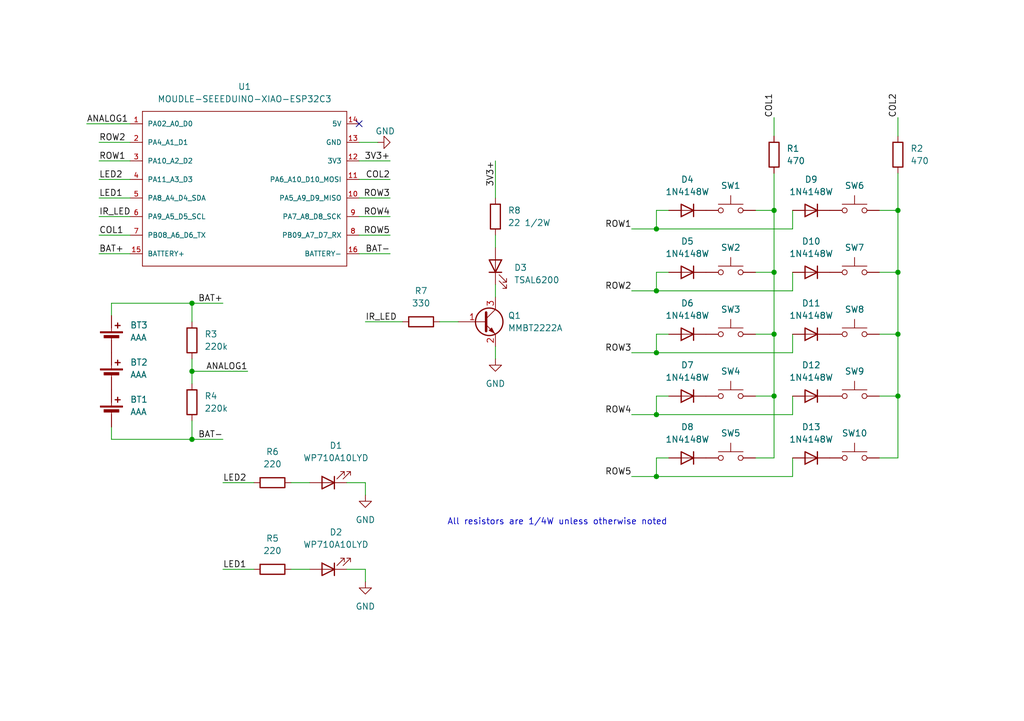
<source format=kicad_sch>
(kicad_sch (version 20231120) (generator "eeschema") (generator_version "8.0")
  (paper "A5")
  (title_block (title "RemoteBOY") (date "2024-03-24") (rev "1") (company "Lola Engineering"))
  (lib_symbols
    (symbol "Device:Battery_Cell" (pin_numbers hide) (pin_names (offset 0) hide)
      (property "Reference" "BT" (at 2.54 2.54 0))
      (property "Value" "Battery_Cell" (at 2.54 0 0))
      (symbol "Battery_Cell_0_1"
        (rectangle (start -2.286 1.778) (end 2.286 1.524) (fill (type outline)))
        (rectangle (start -1.524 1.016) (end 1.524 0.508) (fill (type outline)))
        (polyline (pts (xy 0 0.762) (xy 0 0)))
        (polyline (pts (xy 0 1.778) (xy 0 2.54)))
        (polyline (pts (xy 0.762 3.048) (xy 1.778 3.048)) (stroke (width 0.254)))
        (polyline (pts (xy 1.27 3.556) (xy 1.27 2.54)) (stroke (width 0.254)))
      )
      (symbol "Battery_Cell_1_1"
        (pin passive line (at 0 5.08 270) (length 2.54) (name "+") (number "1"))
        (pin passive line (at 0 -2.54 90) (length 2.54) (name "-") (number "2"))
      )
    )
    (symbol "Device:LED" (pin_numbers hide) (pin_names (offset 1.016) hide)
      (property "Reference" "D" (at 0 2.54 0))
      (property "Value" "LED" (at 0 -2.54 0))
      (symbol "LED_0_1"
        (polyline (pts (xy -1.27 -1.27) (xy -1.27 1.27)) (stroke (width 0.254)))
        (polyline (pts (xy -1.27 0) (xy 1.27 0)))
        (polyline (pts (xy 1.27 -1.27) (xy 1.27 1.27) (xy -1.27 0) (xy 1.27 -1.27)) (stroke (width 0.254)))
        (polyline (pts (xy -3.048 -0.762) (xy -4.572 -2.286) (xy -3.81 -2.286) (xy -4.572 -2.286) (xy -4.572 -1.524)))
        (polyline (pts (xy -1.778 -0.762) (xy -3.302 -2.286) (xy -2.54 -2.286) (xy -3.302 -2.286) (xy -3.302 -1.524)))
      )
      (symbol "LED_1_1"
        (pin passive line (at -3.81 0 0) (length 2.54) (name "K") (number "1"))
        (pin passive line (at 3.81 0 180) (length 2.54) (name "A") (number "2"))
      )
    )
    (symbol "Device:R" (pin_numbers hide) (pin_names (offset 0))
      (property "Reference" "R" (at 2.032 0 90))
      (property "Value" "R" (at 0 0 90))
      (symbol "R_0_1"
        (rectangle (start -1.016 -2.54) (end 1.016 2.54) (stroke (width 0.254)))
      )
      (symbol "R_1_1"
        (pin passive line (at 0 3.81 270) (length 1.27) (name "~") (number "1"))
        (pin passive line (at 0 -3.81 90) (length 1.27) (name "~") (number "2"))
      )
    )
    (symbol "Diode:1N4148W" (pin_numbers hide) (pin_names hide)
      (property "Reference" "D" (at 0 2.54 0))
      (property "Value" "1N4148W" (at 0 -2.54 0))
      (symbol "1N4148W_0_1"
        (polyline (pts (xy -1.27 1.27) (xy -1.27 -1.27)) (stroke (width 0.254)))
        (polyline (pts (xy 1.27 0) (xy -1.27 0)))
        (polyline (pts (xy 1.27 1.27) (xy 1.27 -1.27) (xy -1.27 0) (xy 1.27 1.27)) (stroke (width 0.254)))
      )
      (symbol "1N4148W_1_1"
        (pin passive line (at -3.81 0 0) (length 2.54) (name "K") (number "1"))
        (pin passive line (at 3.81 0 180) (length 2.54) (name "A") (number "2"))
      )
    )
    (symbol "Switch:SW_Push" (pin_numbers hide) (pin_names (offset 1.016) hide)
      (property "Reference" "SW" (at 1.27 2.54 0))
      (property "Value" "SW_Push" (at 0 -1.524 0))
      (symbol "SW_Push_0_1"
        (circle (center -2.032 0) (radius 0.508))
        (polyline (pts (xy 0 1.27) (xy 0 3.048)))
        (polyline (pts (xy 2.54 1.27) (xy -2.54 1.27)))
        (circle (center 2.032 0) (radius 0.508))
        (pin passive line (at -5.08 0 0) (length 2.54) (name "1") (number "1"))
        (pin passive line (at 5.08 0 180) (length 2.54) (name "2") (number "2"))
      )
    )
    (symbol "Transistor_BJT:MMBT2222A" (pin_names (offset 0) hide)
      (property "Reference" "Q" (at 5.08 1.905 0))
      (property "Value" "MMBT2222A" (at 5.08 0 0))
      (symbol "MMBT2222A_0_1"
        (polyline (pts (xy 0.635 0.635) (xy 2.54 2.54)))
        (polyline (pts (xy 0.635 -0.635) (xy 2.54 -2.54) (xy 2.54 -2.54)))
        (polyline (pts (xy 0.635 1.905) (xy 0.635 -1.905) (xy 0.635 -1.905)) (stroke (width 0.508)))
        (polyline (pts (xy 1.27 -1.778) (xy 1.778 -1.27) (xy 2.286 -2.286) (xy 1.27 -1.778) (xy 1.27 -1.778)) (fill (type outline)))
        (circle (center 1.27 0) (radius 2.8194) (stroke (width 0.254)))
      )
      (symbol "MMBT2222A_1_1"
        (pin input line (at -5.08 0 0) (length 5.715) (name "B") (number "1"))
        (pin passive line (at 2.54 -5.08 90) (length 2.54) (name "E") (number "2"))
        (pin passive line (at 2.54 5.08 270) (length 2.54) (name "C") (number "3"))
      )
    )
    (symbol "XIAO_ESP32C3:MOUDLE-SEEEDUINO-XIAO-ESP32C3" (pin_names (offset 1.016))
      (property "Reference" "U" (at -21.59 15.24 0))
      (property "Value" "MOUDLE-SEEEDUINO-XIAO-ESP32C3" (at -21.59 13.97 0))
      (symbol "MOUDLE-SEEEDUINO-XIAO-ESP32C3_0_0"
        (polyline (pts (xy -21.59 -17.78) (xy -21.59 0)) (stroke (width 0.1524)))
        (polyline (pts (xy -21.59 0) (xy -21.59 3.81)) (stroke (width 0.1524)))
        (polyline (pts (xy -21.59 3.81) (xy -21.59 7.62)) (stroke (width 0.1524)))
        (polyline (pts (xy -21.59 7.62) (xy -21.59 11.43)) (stroke (width 0.1524)))
        (polyline (pts (xy -21.59 11.43) (xy -21.59 13.97)) (stroke (width 0.1524)))
        (polyline (pts (xy -21.59 13.97) (xy 20.32 13.97)) (stroke (width 0.1524)))
        (polyline (pts (xy 20.32 -17.78) (xy -21.59 -17.78)) (stroke (width 0.1524)))
        (polyline (pts (xy 20.32 3.81) (xy 20.32 -17.78)) (stroke (width 0.1524)))
        (polyline (pts (xy 20.32 7.62) (xy 20.32 3.81)) (stroke (width 0.1524)))
        (polyline (pts (xy 20.32 11.43) (xy 20.32 7.62)) (stroke (width 0.1524)))
        (polyline (pts (xy 20.32 13.97) (xy 20.32 11.43)) (stroke (width 0.1524)))
        (pin bidirectional line (at -24.13 11.43 0) (length 2.54) (name "PA02_A0_D0") (number "1"))
        (pin bidirectional line (at 22.86 -3.81 180) (length 2.54) (name "PA5_A9_D9_MISO") (number "10"))
        (pin bidirectional line (at 22.86 0 180) (length 2.54) (name "PA6_A10_D10_MOSI") (number "11"))
        (pin bidirectional line (at 22.86 3.81 180) (length 2.54) (name "3V3") (number "12"))
        (pin bidirectional line (at 22.86 7.62 180) (length 2.54) (name "GND") (number "13"))
        (pin bidirectional line (at 22.86 11.43 180) (length 2.54) (name "5V") (number "14"))
        (pin bidirectional line (at -24.13 7.62 0) (length 2.54) (name "PA4_A1_D1") (number "2"))
        (pin bidirectional line (at -24.13 3.81 0) (length 2.54) (name "PA10_A2_D2") (number "3"))
        (pin bidirectional line (at -24.13 0 0) (length 2.54) (name "PA11_A3_D3") (number "4"))
        (pin bidirectional line (at -24.13 -3.81 0) (length 2.54) (name "PA8_A4_D4_SDA") (number "5"))
        (pin bidirectional line (at -24.13 -7.62 0) (length 2.54) (name "PA9_A5_D5_SCL") (number "6"))
        (pin bidirectional line (at -24.13 -11.43 0) (length 2.54) (name "PB08_A6_D6_TX") (number "7"))
        (pin bidirectional line (at 22.86 -11.43 180) (length 2.54) (name "PB09_A7_D7_RX") (number "8"))
        (pin bidirectional line (at 22.86 -7.62 180) (length 2.54) (name "PA7_A8_D8_SCK") (number "9"))
      )
      (symbol "MOUDLE-SEEEDUINO-XIAO-ESP32C3_1_0"
        (pin bidirectional line (at -24.13 -15.24 0) (length 2.54) (name "BATTERY+") (number "15"))
        (pin bidirectional line (at 22.86 -15.24 180) (length 2.54) (name "BATTERY-") (number "16"))
      )
    )
    (symbol "power:GND" (power) (pin_numbers hide) (pin_names (offset 0) hide)
      (property "Value" "GND" (at 0 -3.81 0))
      (symbol "GND_0_1"
        (polyline (pts (xy 0 0) (xy 0 -1.27) (xy 1.27 -1.27) (xy 0 -2.54) (xy -1.27 -1.27) (xy 0 -1.27)))
      )
      (symbol "GND_1_1"
        (pin power_in line (at 0 0 270) (length 0) (name "~") (number "1"))
      )
    )
  )
  (junction (at 158.75 55.88))
  (junction (at 134.62 72.39))
  (junction (at 184.15 55.88))
  (junction (at 39.37 76.2))
  (junction (at 184.15 43.18))
  (junction (at 184.15 68.58))
  (junction (at 39.37 90.17))
  (junction (at 134.62 85.09))
  (junction (at 158.75 68.58))
  (junction (at 134.62 46.99))
  (junction (at 39.37 62.23))
  (junction (at 134.62 97.79))
  (junction (at 158.75 43.18))
  (junction (at 184.15 81.28))
  (junction (at 134.62 59.69))
  (junction (at 158.75 81.28))
  (no_connect (at 73.66 25.4))
  (wire (pts (xy 71.12 99.06) (xy 74.93 99.06)))
  (wire (pts (xy 20.32 36.83) (xy 26.67 36.83)))
  (wire (pts (xy 184.15 24.13) (xy 184.15 27.94)))
  (wire (pts (xy 134.62 68.58) (xy 134.62 72.39)))
  (wire (pts (xy 134.62 55.88) (xy 134.62 59.69)))
  (wire (pts (xy 158.75 24.13) (xy 158.75 27.94)))
  (wire (pts (xy 20.32 40.64) (xy 26.67 40.64)))
  (wire (pts (xy 162.56 93.98) (xy 162.56 97.79)))
  (wire (pts (xy 154.94 81.28) (xy 158.75 81.28)))
  (wire (pts (xy 39.37 73.66) (xy 39.37 76.2)))
  (wire (pts (xy 39.37 62.23) (xy 39.37 66.04)))
  (wire (pts (xy 129.54 59.69) (xy 134.62 59.69)))
  (wire (pts (xy 134.62 97.79) (xy 162.56 97.79)))
  (wire (pts (xy 134.62 55.88) (xy 137.16 55.88)))
  (wire (pts (xy 73.66 36.83) (xy 80.01 36.83)))
  (wire (pts (xy 154.94 55.88) (xy 158.75 55.88)))
  (wire (pts (xy 184.15 35.56) (xy 184.15 43.18)))
  (wire (pts (xy 180.34 68.58) (xy 184.15 68.58)))
  (wire (pts (xy 184.15 43.18) (xy 180.34 43.18)))
  (wire (pts (xy 73.66 52.07) (xy 80.01 52.07)))
  (wire (pts (xy 73.66 40.64) (xy 80.01 40.64)))
  (wire (pts (xy 158.75 68.58) (xy 158.75 55.88)))
  (wire (pts (xy 134.62 59.69) (xy 162.56 59.69)))
  (wire (pts (xy 20.32 48.26) (xy 26.67 48.26)))
  (wire (pts (xy 45.72 99.06) (xy 52.07 99.06)))
  (wire (pts (xy 162.56 68.58) (xy 162.56 72.39)))
  (wire (pts (xy 162.56 43.18) (xy 162.56 46.99)))
  (wire (pts (xy 134.62 43.18) (xy 134.62 46.99)))
  (wire (pts (xy 39.37 86.36) (xy 39.37 90.17)))
  (wire (pts (xy 74.93 119.38) (xy 74.93 116.84)))
  (wire (pts (xy 154.94 68.58) (xy 158.75 68.58)))
  (wire (pts (xy 73.66 33.02) (xy 80.01 33.02)))
  (wire (pts (xy 180.34 81.28) (xy 184.15 81.28)))
  (wire (pts (xy 74.93 66.04) (xy 82.55 66.04)))
  (wire (pts (xy 39.37 76.2) (xy 39.37 78.74)))
  (wire (pts (xy 22.86 62.23) (xy 39.37 62.23)))
  (wire (pts (xy 180.34 93.98) (xy 184.15 93.98)))
  (wire (pts (xy 22.86 90.17) (xy 39.37 90.17)))
  (wire (pts (xy 73.66 48.26) (xy 80.01 48.26)))
  (wire (pts (xy 45.72 116.84) (xy 52.07 116.84)))
  (wire (pts (xy 39.37 90.17) (xy 45.72 90.17)))
  (wire (pts (xy 101.6 48.26) (xy 101.6 50.8)))
  (wire (pts (xy 184.15 93.98) (xy 184.15 81.28)))
  (wire (pts (xy 129.54 97.79) (xy 134.62 97.79)))
  (wire (pts (xy 101.6 71.12) (xy 101.6 73.66)))
  (wire (pts (xy 162.56 55.88) (xy 162.56 59.69)))
  (wire (pts (xy 134.62 72.39) (xy 162.56 72.39)))
  (wire (pts (xy 184.15 68.58) (xy 184.15 55.88)))
  (wire (pts (xy 39.37 76.2) (xy 50.8 76.2)))
  (wire (pts (xy 90.17 66.04) (xy 93.98 66.04)))
  (wire (pts (xy 20.32 29.21) (xy 26.67 29.21)))
  (wire (pts (xy 129.54 72.39) (xy 134.62 72.39)))
  (wire (pts (xy 20.32 33.02) (xy 26.67 33.02)))
  (wire (pts (xy 20.32 44.45) (xy 26.67 44.45)))
  (wire (pts (xy 134.62 93.98) (xy 134.62 97.79)))
  (wire (pts (xy 184.15 55.88) (xy 184.15 43.18)))
  (wire (pts (xy 184.15 81.28) (xy 184.15 68.58)))
  (wire (pts (xy 180.34 55.88) (xy 184.15 55.88)))
  (wire (pts (xy 158.75 93.98) (xy 158.75 81.28)))
  (wire (pts (xy 59.69 99.06) (xy 63.5 99.06)))
  (wire (pts (xy 73.66 29.21) (xy 77.47 29.21)))
  (wire (pts (xy 74.93 101.6) (xy 74.93 99.06)))
  (wire (pts (xy 22.86 64.77) (xy 22.86 62.23)))
  (wire (pts (xy 101.6 33.02) (xy 101.6 40.64)))
  (wire (pts (xy 17.78 25.4) (xy 26.67 25.4)))
  (wire (pts (xy 129.54 46.99) (xy 134.62 46.99)))
  (wire (pts (xy 101.6 58.42) (xy 101.6 60.96)))
  (wire (pts (xy 134.62 81.28) (xy 134.62 85.09)))
  (wire (pts (xy 134.62 68.58) (xy 137.16 68.58)))
  (wire (pts (xy 59.69 116.84) (xy 63.5 116.84)))
  (wire (pts (xy 73.66 44.45) (xy 80.01 44.45)))
  (wire (pts (xy 158.75 55.88) (xy 158.75 43.18)))
  (wire (pts (xy 22.86 87.63) (xy 22.86 90.17)))
  (wire (pts (xy 158.75 35.56) (xy 158.75 43.18)))
  (wire (pts (xy 158.75 81.28) (xy 158.75 68.58)))
  (wire (pts (xy 154.94 93.98) (xy 158.75 93.98)))
  (wire (pts (xy 134.62 43.18) (xy 137.16 43.18)))
  (wire (pts (xy 71.12 116.84) (xy 74.93 116.84)))
  (wire (pts (xy 134.62 93.98) (xy 137.16 93.98)))
  (wire (pts (xy 20.32 52.07) (xy 26.67 52.07)))
  (wire (pts (xy 39.37 62.23) (xy 45.72 62.23)))
  (wire (pts (xy 129.54 85.09) (xy 134.62 85.09)))
  (wire (pts (xy 134.62 46.99) (xy 162.56 46.99)))
  (wire (pts (xy 158.75 43.18) (xy 154.94 43.18)))
  (wire (pts (xy 162.56 81.28) (xy 162.56 85.09)))
  (wire (pts (xy 134.62 85.09) (xy 162.56 85.09)))
  (wire (pts (xy 134.62 81.28) (xy 137.16 81.28)))
  (text "All resistors are 1/4W unless otherwise noted" (at 114.3 107.188 0) (effects (font (size 1.27 1.27))))
  (label "BAT+" (at 20.32 52.07 0))
  (label "ROW1" (at 20.32 33.02 0))
  (label "COL2" (at 184.15 24.13 90))
  (label "LED1" (at 20.32 40.64 0))
  (label "IR_LED" (at 20.32 44.45 0))
  (label "ANALOG1" (at 50.8 76.2 180))
  (label "COL2" (at 80.01 36.83 180))
  (label "ROW2" (at 20.32 29.21 0))
  (label "BAT+" (at 45.72 62.23 180))
  (label "ROW4" (at 129.54 85.09 180))
  (label "BAT-" (at 45.72 90.17 180))
  (label "ROW2" (at 129.54 59.69 180))
  (label "ROW5" (at 80.01 48.26 180))
  (label "3V3+" (at 80.01 33.02 180))
  (label "ROW4" (at 80.01 44.45 180))
  (label "3V3+" (at 101.6 33.02 270))
  (label "ROW3" (at 129.54 72.39 180))
  (label "ROW1" (at 129.54 46.99 180))
  (label "LED1" (at 45.72 116.84 0))
  (label "COL1" (at 20.32 48.26 0))
  (label "BAT-" (at 80.01 52.07 180))
  (label "ANALOG1" (at 17.78 25.4 0))
  (label "LED2" (at 20.32 36.83 0))
  (label "LED2" (at 45.72 99.06 0))
  (label "IR_LED" (at 74.93 66.04 0))
  (label "COL1" (at 158.75 24.13 90))
  (label "ROW5" (at 129.54 97.79 180))
  (label "ROW3" (at 80.01 40.64 180))
  (symbol (lib_id "Device:Battery_Cell") (at 22.86 85.09 0) (unit 1)
    (property "Reference" "BT1" (at 26.67 81.9784 0) (effects (justify left)))
    (property "Value" "AAA" (at 26.67 84.5184 0) (effects (justify left)))
    (property "Footprint" "Keystone_1020:BAT_1020" (effects (hide yes)))
    (property "Datasheet" "https://www.keyelco.com/userAssets/file/M65p23.pdf" (effects (hide yes)))
    (property "Description" "Single-cell battery" (effects (hide yes)))
  )
  (symbol (lib_id "Diode:1N4148W") (at 140.97 55.88 180) (unit 1)
    (property "Reference" "D5" (at 140.97 49.53 0))
    (property "Value" "1N4148W" (at 140.97 52.07 0))
    (property "Footprint" "Diode_SMD:D_SOD-123" (effects (hide yes)))
    (property "Datasheet" "https://www.vishay.com/docs/85748/1n4148w.pdf" (effects (hide yes)))
    (property "Description" "75V 0.15A Fast Switching Diode, SOD-123" (effects (hide yes)))
    (property "Sim.Device" "D" (effects (hide yes)))
    (property "Sim.Pins" "1=K 2=A" (effects (hide yes)))
  )
  (symbol (lib_id "Switch:SW_Push") (at 175.26 55.88 0) (unit 1)
    (property "Reference" "SW7" (at 175.26 50.8 0))
    (property "Value" "SW_Push" (effects (hide yes)))
    (property "Footprint" "XIAO_ESP32C3:SiliconeDome" (effects (hide yes)))
    (property "Description" "Push button switch, generic, two pins" (effects (hide yes)))
  )
  (symbol (lib_id "Device:R") (at 158.75 31.75 0) (unit 1)
    (property "Reference" "R1" (at 161.29 30.4799 0) (effects (justify left)))
    (property "Value" "470" (at 161.29 33.0199 0) (effects (justify left)))
    (property "Footprint" "Resistor_SMD:R_0805_2012Metric" (effects (hide yes)))
    (property "Description" "Resistor" (effects (hide yes)))
  )
  (symbol (lib_id "Switch:SW_Push") (at 149.86 43.18 0) (unit 1)
    (property "Reference" "SW1" (at 149.86 38.1 0))
    (property "Value" "SW_Push" (effects (hide yes)))
    (property "Footprint" "XIAO_ESP32C3:SiliconeDome" (effects (hide yes)))
    (property "Description" "Push button switch, generic, two pins" (effects (hide yes)))
  )
  (symbol (lib_id "Diode:1N4148W") (at 166.37 93.98 180) (unit 1)
    (property "Reference" "D13" (at 166.37 87.63 0))
    (property "Value" "1N4148W" (at 166.37 90.17 0))
    (property "Footprint" "Diode_SMD:D_SOD-123" (effects (hide yes)))
    (property "Datasheet" "https://www.vishay.com/docs/85748/1n4148w.pdf" (effects (hide yes)))
    (property "Description" "75V 0.15A Fast Switching Diode, SOD-123" (effects (hide yes)))
    (property "Sim.Device" "D" (effects (hide yes)))
    (property "Sim.Pins" "1=K 2=A" (effects (hide yes)))
  )
  (symbol (lib_id "Switch:SW_Push") (at 149.86 55.88 0) (unit 1)
    (property "Reference" "SW2" (at 149.86 50.8 0))
    (property "Value" "SW_Push" (effects (hide yes)))
    (property "Footprint" "XIAO_ESP32C3:SiliconeDome" (effects (hide yes)))
    (property "Description" "Push button switch, generic, two pins" (effects (hide yes)))
  )
  (symbol (lib_id "Device:R") (at 39.37 82.55 0) (unit 1)
    (property "Reference" "R4" (at 41.91 81.2799 0) (effects (justify left)))
    (property "Value" "220k" (at 41.91 83.8199 0) (effects (justify left)))
    (property "Footprint" "Resistor_SMD:R_0805_2012Metric" (effects (hide yes)))
    (property "Description" "Resistor" (effects (hide yes)))
  )
  (symbol (lib_id "Device:R") (at 101.6 44.45 180) (unit 1)
    (property "Reference" "R8" (at 104.14 43.1799 0) (effects (justify right)))
    (property "Value" "22 1/2W" (at 104.14 45.7199 0) (effects (justify right)))
    (property "Footprint" "Resistor_SMD:R_0805_2012Metric" (effects (hide yes)))
    (property "Description" "Resistor" (effects (hide yes)))
  )
  (symbol (lib_id "Switch:SW_Push") (at 175.26 68.58 0) (unit 1)
    (property "Reference" "SW8" (at 175.26 63.5 0))
    (property "Value" "SW_Push" (effects (hide yes)))
    (property "Footprint" "XIAO_ESP32C3:SiliconeDome" (effects (hide yes)))
    (property "Description" "Push button switch, generic, two pins" (effects (hide yes)))
  )
  (symbol (lib_id "Switch:SW_Push") (at 175.26 43.18 0) (unit 1)
    (property "Reference" "SW6" (at 175.26 38.1 0))
    (property "Value" "SW_Push" (effects (hide yes)))
    (property "Footprint" "XIAO_ESP32C3:SiliconeDome" (effects (hide yes)))
    (property "Description" "Push button switch, generic, two pins" (effects (hide yes)))
  )
  (symbol (lib_id "Device:R") (at 184.15 31.75 0) (unit 1)
    (property "Reference" "R2" (at 186.69 30.4799 0) (effects (justify left)))
    (property "Value" "470" (at 186.69 33.0199 0) (effects (justify left)))
    (property "Footprint" "Resistor_SMD:R_0805_2012Metric" (effects (hide yes)))
    (property "Description" "Resistor" (effects (hide yes)))
  )
  (symbol (lib_id "power:GND") (at 74.93 101.6 0) (unit 1)
    (property "Reference" "#PWR02" (effects (hide yes)))
    (property "Value" "GND" (at 74.93 106.68 0))
    (property "Description" "Power symbol creates a global label with name \"GND\" , ground" (effects (hide yes)))
  )
  (symbol (lib_id "Device:R") (at 86.36 66.04 90) (unit 1)
    (property "Reference" "R7" (at 86.36 59.69 90))
    (property "Value" "330" (at 86.36 62.23 90))
    (property "Footprint" "Resistor_SMD:R_0805_2012Metric" (effects (hide yes)))
    (property "Description" "Resistor" (effects (hide yes)))
  )
  (symbol (lib_id "Device:R") (at 55.88 99.06 90) (unit 1)
    (property "Reference" "R6" (at 55.88 92.71 90))
    (property "Value" "220" (at 55.88 95.25 90))
    (property "Footprint" "Resistor_SMD:R_0805_2012Metric" (effects (hide yes)))
    (property "Description" "Resistor" (effects (hide yes)))
  )
  (symbol (lib_id "Switch:SW_Push") (at 149.86 93.98 0) (unit 1)
    (property "Reference" "SW5" (at 149.86 88.9 0))
    (property "Value" "SW_Push" (effects (hide yes)))
    (property "Footprint" "XIAO_ESP32C3:SiliconeDome" (effects (hide yes)))
    (property "Description" "Push button switch, generic, two pins" (effects (hide yes)))
  )
  (symbol (lib_id "Diode:1N4148W") (at 166.37 55.88 180) (unit 1)
    (property "Reference" "D10" (at 166.37 49.53 0))
    (property "Value" "1N4148W" (at 166.37 52.07 0))
    (property "Footprint" "Diode_SMD:D_SOD-123" (effects (hide yes)))
    (property "Datasheet" "https://www.vishay.com/docs/85748/1n4148w.pdf" (effects (hide yes)))
    (property "Description" "75V 0.15A Fast Switching Diode, SOD-123" (effects (hide yes)))
    (property "Sim.Device" "D" (effects (hide yes)))
    (property "Sim.Pins" "1=K 2=A" (effects (hide yes)))
  )
  (symbol (lib_id "Switch:SW_Push") (at 149.86 68.58 0) (unit 1)
    (property "Reference" "SW3" (at 149.86 63.5 0))
    (property "Value" "SW_Push" (effects (hide yes)))
    (property "Footprint" "XIAO_ESP32C3:SiliconeDome" (effects (hide yes)))
    (property "Description" "Push button switch, generic, two pins" (effects (hide yes)))
  )
  (symbol (lib_id "Device:R") (at 39.37 69.85 0) (unit 1)
    (property "Reference" "R3" (at 41.91 68.5799 0) (effects (justify left)))
    (property "Value" "220k" (at 41.91 71.1199 0) (effects (justify left)))
    (property "Footprint" "Resistor_SMD:R_0805_2012Metric" (effects (hide yes)))
    (property "Description" "Resistor" (effects (hide yes)))
  )
  (symbol (lib_id "power:GND") (at 77.47 29.21 90) (unit 1)
    (property "Reference" "#PWR05" (effects (hide yes)))
    (property "Value" "GND" (at 78.994 26.924 90))
    (property "Description" "Power symbol creates a global label with name \"GND\" , ground" (effects (hide yes)))
  )
  (symbol (lib_id "power:GND") (at 74.93 119.38 0) (unit 1)
    (property "Reference" "#PWR01" (effects (hide yes)))
    (property "Value" "GND" (at 74.93 124.46 0))
    (property "Description" "Power symbol creates a global label with name \"GND\" , ground" (effects (hide yes)))
  )
  (symbol (lib_id "Device:Battery_Cell") (at 22.86 77.47 0) (unit 1)
    (property "Reference" "BT2" (at 26.67 74.3584 0) (effects (justify left)))
    (property "Value" "AAA" (at 26.67 76.8984 0) (effects (justify left)))
    (property "Footprint" "Keystone_1020:BAT_1020" (effects (hide yes)))
    (property "Datasheet" "https://www.keyelco.com/userAssets/file/M65p23.pdf" (effects (hide yes)))
    (property "Description" "Single-cell battery" (effects (hide yes)))
  )
  (symbol (lib_id "Device:R") (at 55.88 116.84 90) (unit 1)
    (property "Reference" "R5" (at 55.88 110.49 90))
    (property "Value" "220" (at 55.88 113.03 90))
    (property "Footprint" "Resistor_SMD:R_0805_2012Metric" (effects (hide yes)))
    (property "Description" "Resistor" (effects (hide yes)))
  )
  (symbol (lib_id "power:GND") (at 101.6 73.66 0) (unit 1)
    (property "Reference" "#PWR03" (effects (hide yes)))
    (property "Value" "GND" (at 101.6 78.74 0))
    (property "Description" "Power symbol creates a global label with name \"GND\" , ground" (effects (hide yes)))
  )
  (symbol (lib_id "Diode:1N4148W") (at 166.37 43.18 180) (unit 1)
    (property "Reference" "D9" (at 166.37 36.83 0))
    (property "Value" "1N4148W" (at 166.37 39.37 0))
    (property "Footprint" "Diode_SMD:D_SOD-123" (effects (hide yes)))
    (property "Datasheet" "https://www.vishay.com/docs/85748/1n4148w.pdf" (effects (hide yes)))
    (property "Description" "75V 0.15A Fast Switching Diode, SOD-123" (effects (hide yes)))
    (property "Sim.Device" "D" (effects (hide yes)))
    (property "Sim.Pins" "1=K 2=A" (effects (hide yes)))
  )
  (symbol (lib_id "Transistor_BJT:MMBT2222A") (at 99.06 66.04 0) (unit 1)
    (property "Reference" "Q1" (at 104.14 64.7699 0) (effects (justify left)))
    (property "Value" "MMBT2222A" (at 104.14 67.3099 0) (effects (justify left)))
    (property "Footprint" "Package_TO_SOT_SMD:SOT-23" (effects (hide yes)))
    (property "Datasheet" "https://assets.nexperia.com/documents/data-sheet/MMBT2222A.pdf" (effects (hide yes)))
    (property "Description" "600mA Ic, 40V Vce, NPN Transistor, SOT-23" (effects (hide yes)))
  )
  (symbol (lib_id "XIAO_ESP32C3:MOUDLE-SEEEDUINO-XIAO-ESP32C3") (at 50.8 36.83 0) (unit 1)
    (property "Reference" "U1" (at 50.165 17.78 0))
    (property "Value" "MOUDLE-SEEEDUINO-XIAO-ESP32C3" (at 50.165 20.32 0))
    (property "Footprint" "XIAO_ESP32C3:MOUDLE14P-SMD-2.54-21X17.8MM" (effects (hide yes)))
  )
  (symbol (lib_id "Device:LED") (at 67.31 116.84 180) (unit 1)
    (property "Reference" "D2" (at 68.8975 109.22 0))
    (property "Value" "WP710A10LYD" (at 68.8975 111.76 0))
    (property "Footprint" "LED_THT:LED_D3.0mm" (effects (hide yes)))
    (property "Datasheet" "https://www.kingbrightusa.com/images/catalog/SPEC/WP710A10LYD.pdf" (effects (hide yes)))
    (property "Description" "Light emitting diode" (effects (hide yes)))
  )
  (symbol (lib_id "Switch:SW_Push") (at 175.26 93.98 0) (unit 1)
    (property "Reference" "SW10" (at 175.26 88.9 0))
    (property "Value" "SW_Push" (effects (hide yes)))
    (property "Footprint" "XIAO_ESP32C3:SiliconeDome" (effects (hide yes)))
    (property "Description" "Push button switch, generic, two pins" (effects (hide yes)))
  )
  (symbol (lib_id "Diode:1N4148W") (at 166.37 68.58 180) (unit 1)
    (property "Reference" "D11" (at 166.37 62.23 0))
    (property "Value" "1N4148W" (at 166.37 64.77 0))
    (property "Footprint" "Diode_SMD:D_SOD-123" (effects (hide yes)))
    (property "Datasheet" "https://www.vishay.com/docs/85748/1n4148w.pdf" (effects (hide yes)))
    (property "Description" "75V 0.15A Fast Switching Diode, SOD-123" (effects (hide yes)))
    (property "Sim.Device" "D" (effects (hide yes)))
    (property "Sim.Pins" "1=K 2=A" (effects (hide yes)))
  )
  (symbol (lib_id "Device:LED") (at 67.31 99.06 180) (unit 1)
    (property "Reference" "D1" (at 68.8975 91.44 0))
    (property "Value" "WP710A10LYD" (at 68.8975 93.98 0))
    (property "Footprint" "LED_THT:LED_D3.0mm" (effects (hide yes)))
    (property "Datasheet" "https://www.kingbrightusa.com/images/catalog/SPEC/WP710A10LYD.pdf" (effects (hide yes)))
    (property "Description" "Light emitting diode" (effects (hide yes)))
  )
  (symbol (lib_id "Device:Battery_Cell") (at 22.86 69.85 0) (unit 1)
    (property "Reference" "BT3" (at 26.67 66.7384 0) (effects (justify left)))
    (property "Value" "AAA" (at 26.67 69.2784 0) (effects (justify left)))
    (property "Footprint" "Keystone_1020:BAT_1020" (effects (hide yes)))
    (property "Datasheet" "https://www.keyelco.com/userAssets/file/M65p23.pdf" (effects (hide yes)))
    (property "Description" "Single-cell battery" (effects (hide yes)))
  )
  (symbol (lib_id "Diode:1N4148W") (at 140.97 81.28 180) (unit 1)
    (property "Reference" "D7" (at 140.97 74.93 0))
    (property "Value" "1N4148W" (at 140.97 77.47 0))
    (property "Footprint" "Diode_SMD:D_SOD-123" (effects (hide yes)))
    (property "Datasheet" "https://www.vishay.com/docs/85748/1n4148w.pdf" (effects (hide yes)))
    (property "Description" "75V 0.15A Fast Switching Diode, SOD-123" (effects (hide yes)))
    (property "Sim.Device" "D" (effects (hide yes)))
    (property "Sim.Pins" "1=K 2=A" (effects (hide yes)))
  )
  (symbol (lib_id "Switch:SW_Push") (at 175.26 81.28 0) (unit 1)
    (property "Reference" "SW9" (at 175.26 76.2 0))
    (property "Value" "SW_Push" (effects (hide yes)))
    (property "Footprint" "XIAO_ESP32C3:SiliconeDome" (effects (hide yes)))
    (property "Description" "Push button switch, generic, two pins" (effects (hide yes)))
  )
  (symbol (lib_id "Device:LED") (at 101.6 54.61 90) (unit 1)
    (property "Reference" "D3" (at 105.41 54.9274 90) (effects (justify right)))
    (property "Value" "TSAL6200" (at 105.41 57.4674 90) (effects (justify right)))
    (property "Footprint" "LED_THT:LED_D5.0mm" (effects (hide yes)))
    (property "Datasheet" "https://www.vishay.com/docs/81010/tsal6200.pdf" (effects (hide yes)))
    (property "Description" "Light emitting diode" (effects (hide yes)))
  )
  (symbol (lib_id "Switch:SW_Push") (at 149.86 81.28 0) (unit 1)
    (property "Reference" "SW4" (at 149.86 76.2 0))
    (property "Value" "SW_Push" (effects (hide yes)))
    (property "Footprint" "XIAO_ESP32C3:SiliconeDome" (effects (hide yes)))
    (property "Description" "Push button switch, generic, two pins" (effects (hide yes)))
  )
  (symbol (lib_id "Diode:1N4148W") (at 140.97 43.18 180) (unit 1)
    (property "Reference" "D4" (at 140.97 36.83 0))
    (property "Value" "1N4148W" (at 140.97 39.37 0))
    (property "Footprint" "Diode_SMD:D_SOD-123" (effects (hide yes)))
    (property "Datasheet" "https://www.vishay.com/docs/85748/1n4148w.pdf" (effects (hide yes)))
    (property "Description" "75V 0.15A Fast Switching Diode, SOD-123" (effects (hide yes)))
    (property "Sim.Device" "D" (effects (hide yes)))
    (property "Sim.Pins" "1=K 2=A" (effects (hide yes)))
  )
  (symbol (lib_id "Diode:1N4148W") (at 140.97 93.98 180) (unit 1)
    (property "Reference" "D8" (at 140.97 87.63 0))
    (property "Value" "1N4148W" (at 140.97 90.17 0))
    (property "Footprint" "Diode_SMD:D_SOD-123" (effects (hide yes)))
    (property "Datasheet" "https://www.vishay.com/docs/85748/1n4148w.pdf" (effects (hide yes)))
    (property "Description" "75V 0.15A Fast Switching Diode, SOD-123" (effects (hide yes)))
    (property "Sim.Device" "D" (effects (hide yes)))
    (property "Sim.Pins" "1=K 2=A" (effects (hide yes)))
  )
  (symbol (lib_id "Diode:1N4148W") (at 166.37 81.28 180) (unit 1)
    (property "Reference" "D12" (at 166.37 74.93 0))
    (property "Value" "1N4148W" (at 166.37 77.47 0))
    (property "Footprint" "Diode_SMD:D_SOD-123" (effects (hide yes)))
    (property "Datasheet" "https://www.vishay.com/docs/85748/1n4148w.pdf" (effects (hide yes)))
    (property "Description" "75V 0.15A Fast Switching Diode, SOD-123" (effects (hide yes)))
    (property "Sim.Device" "D" (effects (hide yes)))
    (property "Sim.Pins" "1=K 2=A" (effects (hide yes)))
  )
  (symbol (lib_id "Diode:1N4148W") (at 140.97 68.58 180) (unit 1)
    (property "Reference" "D6" (at 140.97 62.23 0))
    (property "Value" "1N4148W" (at 140.97 64.77 0))
    (property "Footprint" "Diode_SMD:D_SOD-123" (effects (hide yes)))
    (property "Datasheet" "https://www.vishay.com/docs/85748/1n4148w.pdf" (effects (hide yes)))
    (property "Description" "75V 0.15A Fast Switching Diode, SOD-123" (effects (hide yes)))
    (property "Sim.Device" "D" (effects (hide yes)))
    (property "Sim.Pins" "1=K 2=A" (effects (hide yes)))
  )
)
</source>
